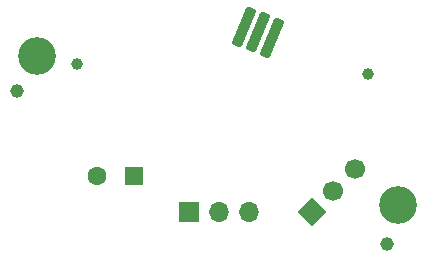
<source format=gbr>
%TF.GenerationSoftware,KiCad,Pcbnew,8.0.2*%
%TF.CreationDate,2024-09-09T19:27:49+02:00*%
%TF.ProjectId,AGS_Klingel_V2-1,4147535f-4b6c-4696-9e67-656c5f56322d,rev?*%
%TF.SameCoordinates,Original*%
%TF.FileFunction,Soldermask,Bot*%
%TF.FilePolarity,Negative*%
%FSLAX46Y46*%
G04 Gerber Fmt 4.6, Leading zero omitted, Abs format (unit mm)*
G04 Created by KiCad (PCBNEW 8.0.2) date 2024-09-09 19:27:49*
%MOMM*%
%LPD*%
G01*
G04 APERTURE LIST*
G04 Aperture macros list*
%AMRoundRect*
0 Rectangle with rounded corners*
0 $1 Rounding radius*
0 $2 $3 $4 $5 $6 $7 $8 $9 X,Y pos of 4 corners*
0 Add a 4 corners polygon primitive as box body*
4,1,4,$2,$3,$4,$5,$6,$7,$8,$9,$2,$3,0*
0 Add four circle primitives for the rounded corners*
1,1,$1+$1,$2,$3*
1,1,$1+$1,$4,$5*
1,1,$1+$1,$6,$7*
1,1,$1+$1,$8,$9*
0 Add four rect primitives between the rounded corners*
20,1,$1+$1,$2,$3,$4,$5,0*
20,1,$1+$1,$4,$5,$6,$7,0*
20,1,$1+$1,$6,$7,$8,$9,0*
20,1,$1+$1,$8,$9,$2,$3,0*%
%AMHorizOval*
0 Thick line with rounded ends*
0 $1 width*
0 $2 $3 position (X,Y) of the first rounded end (center of the circle)*
0 $4 $5 position (X,Y) of the second rounded end (center of the circle)*
0 Add line between two ends*
20,1,$1,$2,$3,$4,$5,0*
0 Add two circle primitives to create the rounded ends*
1,1,$1,$2,$3*
1,1,$1,$4,$5*%
%AMRotRect*
0 Rectangle, with rotation*
0 The origin of the aperture is its center*
0 $1 length*
0 $2 width*
0 $3 Rotation angle, in degrees counterclockwise*
0 Add horizontal line*
21,1,$1,$2,0,0,$3*%
G04 Aperture macros list end*
%ADD10C,1.152000*%
%ADD11C,1.000000*%
%ADD12C,3.200000*%
%ADD13R,1.700000X1.700000*%
%ADD14O,1.700000X1.700000*%
%ADD15R,1.600000X1.600000*%
%ADD16C,1.600000*%
%ADD17RotRect,1.700000X1.700000X135.000000*%
%ADD18HorizOval,1.700000X0.000000X0.000000X0.000000X0.000000X0*%
%ADD19RoundRect,0.225000X-0.375719X-1.495020X0.791465X1.322813X0.375719X1.495020X-0.791465X-1.322813X0*%
G04 APERTURE END LIST*
D10*
%TO.C,H3*%
X-16990000Y3340000D03*
%TD*%
D11*
%TO.C,TP8*%
X12770000Y4780000D03*
%TD*%
D12*
%TO.C,H2*%
X15250000Y-6310000D03*
%TD*%
D13*
%TO.C,J2*%
X-2425004Y-6949722D03*
D14*
X114996Y-6949722D03*
X2654996Y-6949722D03*
%TD*%
D15*
%TO.C,LS1*%
X-7049590Y-3899844D03*
D16*
X-10249590Y-3899844D03*
%TD*%
D12*
%TO.C,H1*%
X-15260000Y6300000D03*
%TD*%
D10*
%TO.C,H4*%
X14360000Y-9630000D03*
%TD*%
D11*
%TO.C,TP9*%
X-11910000Y5640000D03*
%TD*%
D17*
%TO.C,J1*%
X8010000Y-6900000D03*
D18*
X9806051Y-5103949D03*
X11602102Y-3307898D03*
%TD*%
D19*
%TO.C,J3*%
X2245118Y8785676D03*
X3418445Y8299668D03*
X4591772Y7813660D03*
%TD*%
M02*

</source>
